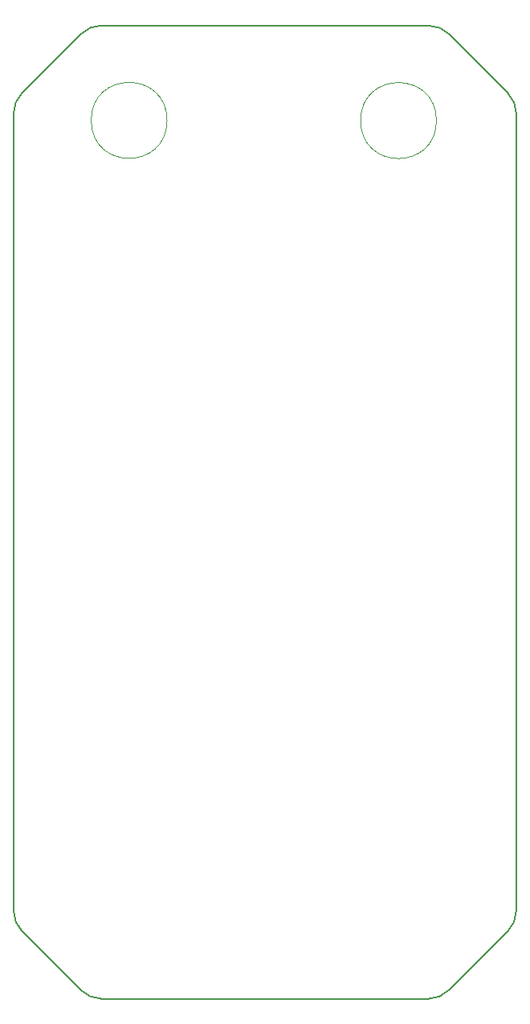
<source format=gm1>
G04 #@! TF.GenerationSoftware,KiCad,Pcbnew,(6.0.9)*
G04 #@! TF.CreationDate,2022-11-21T10:51:55+01:00*
G04 #@! TF.ProjectId,Dohle TankVerb,446f686c-6520-4546-916e-6b566572622e,rev?*
G04 #@! TF.SameCoordinates,Original*
G04 #@! TF.FileFunction,Profile,NP*
%FSLAX46Y46*%
G04 Gerber Fmt 4.6, Leading zero omitted, Abs format (unit mm)*
G04 Created by KiCad (PCBNEW (6.0.9)) date 2022-11-21 10:51:55*
%MOMM*%
%LPD*%
G01*
G04 APERTURE LIST*
G04 #@! TA.AperFunction,Profile*
%ADD10C,0.200000*%
G04 #@! TD*
G04 #@! TA.AperFunction,Profile*
%ADD11C,0.120000*%
G04 #@! TD*
G04 APERTURE END LIST*
D10*
X183851513Y-61856361D02*
G75*
G03*
X182972800Y-59735041I-3000013J-39D01*
G01*
X130851480Y-61856361D02*
X130851480Y-145795869D01*
X137972788Y-154159842D02*
G75*
G03*
X140094121Y-155038509I2121312J2121342D01*
G01*
X182972812Y-147917201D02*
G75*
G03*
X183851480Y-145795869I-2121312J2121301D01*
G01*
X176730136Y-53492424D02*
G75*
G03*
X174608839Y-52613720I-2121336J-2121276D01*
G01*
X140094121Y-52613729D02*
G75*
G03*
X137972800Y-53492400I-21J-2999971D01*
G01*
X140094121Y-155038509D02*
X174608839Y-155038509D01*
X130851508Y-145795869D02*
G75*
G03*
X131730160Y-147917189I2999992J-31D01*
G01*
X182972800Y-59735041D02*
X176730160Y-53492400D01*
X131730160Y-147917189D02*
X137972800Y-154159830D01*
X174608839Y-155038535D02*
G75*
G03*
X176730160Y-154159830I-39J3000035D01*
G01*
X183851480Y-145795869D02*
X183851480Y-61856361D01*
X131730175Y-59735056D02*
G75*
G03*
X130851480Y-61856361I2121325J-2121344D01*
G01*
X176730160Y-154159830D02*
X182972800Y-147917189D01*
X174608839Y-52613720D02*
X140094121Y-52613720D01*
X137972800Y-53492400D02*
X131730160Y-59735041D01*
D11*
X175438778Y-62613936D02*
G75*
G03*
X175438778Y-62613936I-4000000J0D01*
G01*
X147034000Y-62593981D02*
G75*
G03*
X147034000Y-62593981I-4000000J0D01*
G01*
M02*

</source>
